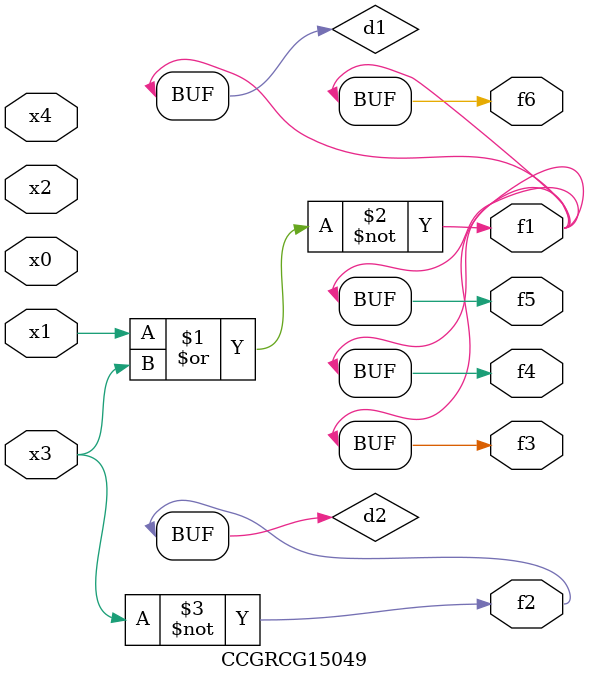
<source format=v>
module CCGRCG15049(
	input x0, x1, x2, x3, x4,
	output f1, f2, f3, f4, f5, f6
);

	wire d1, d2;

	nor (d1, x1, x3);
	not (d2, x3);
	assign f1 = d1;
	assign f2 = d2;
	assign f3 = d1;
	assign f4 = d1;
	assign f5 = d1;
	assign f6 = d1;
endmodule

</source>
